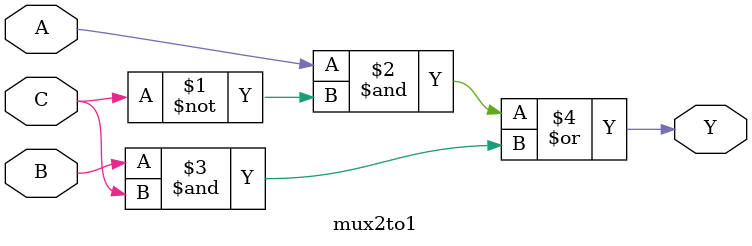
<source format=v>
module mux2to1 (A, B, C, Y);

// DATA INPUTS
input A;
input B;

//CONTROL INPUTS
input C;

//OUTPUTS
output Y;

// LOGIC CIRCUIT
assign Y = (A & ~C) | (B & C);

endmodule
</source>
